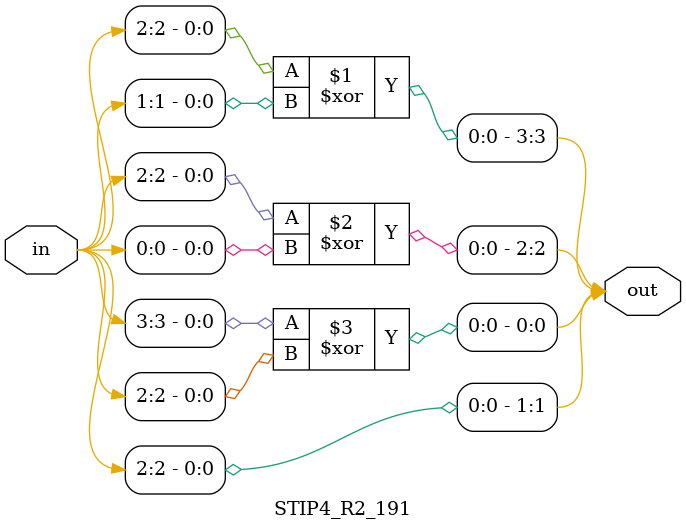
<source format=v>
module  STIP4_R2_191(in,out);
input[3:0] in;
output[3:0] out;
wire[3:0] out;
assign out[3]=in[2]^in[1];
assign out[2]=in[2]^in[0];
assign out[1]=in[2];
assign out[0]=in[3]^in[2];
endmodule

</source>
